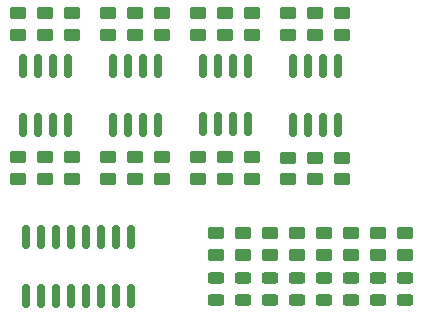
<source format=gbr>
%TF.GenerationSoftware,KiCad,Pcbnew,(6.0.0-0)*%
%TF.CreationDate,2022-03-20T10:52:17-04:00*%
%TF.ProjectId,ADC-smal,4144432d-736d-4616-9c2e-6b696361645f,rev?*%
%TF.SameCoordinates,Original*%
%TF.FileFunction,Paste,Top*%
%TF.FilePolarity,Positive*%
%FSLAX46Y46*%
G04 Gerber Fmt 4.6, Leading zero omitted, Abs format (unit mm)*
G04 Created by KiCad (PCBNEW (6.0.0-0)) date 2022-03-20 10:52:17*
%MOMM*%
%LPD*%
G01*
G04 APERTURE LIST*
G04 Aperture macros list*
%AMRoundRect*
0 Rectangle with rounded corners*
0 $1 Rounding radius*
0 $2 $3 $4 $5 $6 $7 $8 $9 X,Y pos of 4 corners*
0 Add a 4 corners polygon primitive as box body*
4,1,4,$2,$3,$4,$5,$6,$7,$8,$9,$2,$3,0*
0 Add four circle primitives for the rounded corners*
1,1,$1+$1,$2,$3*
1,1,$1+$1,$4,$5*
1,1,$1+$1,$6,$7*
1,1,$1+$1,$8,$9*
0 Add four rect primitives between the rounded corners*
20,1,$1+$1,$2,$3,$4,$5,0*
20,1,$1+$1,$4,$5,$6,$7,0*
20,1,$1+$1,$6,$7,$8,$9,0*
20,1,$1+$1,$8,$9,$2,$3,0*%
G04 Aperture macros list end*
%ADD10RoundRect,0.243750X-0.456250X0.243750X-0.456250X-0.243750X0.456250X-0.243750X0.456250X0.243750X0*%
%ADD11RoundRect,0.250000X0.450000X-0.262500X0.450000X0.262500X-0.450000X0.262500X-0.450000X-0.262500X0*%
%ADD12RoundRect,0.250000X-0.450000X0.262500X-0.450000X-0.262500X0.450000X-0.262500X0.450000X0.262500X0*%
%ADD13RoundRect,0.150000X0.150000X-0.825000X0.150000X0.825000X-0.150000X0.825000X-0.150000X-0.825000X0*%
G04 APERTURE END LIST*
D10*
%TO.C,D8*%
X146558000Y-72826000D03*
X146558000Y-74701000D03*
%TD*%
%TO.C,D4*%
X137414000Y-72826000D03*
X137414000Y-74701000D03*
%TD*%
%TO.C,D6*%
X141986000Y-72826000D03*
X141986000Y-74701000D03*
%TD*%
D11*
%TO.C,R10*%
X137414000Y-70866000D03*
X137414000Y-69041000D03*
%TD*%
D10*
%TO.C,D7*%
X144272000Y-72826000D03*
X144272000Y-74701000D03*
%TD*%
D12*
%TO.C,R28*%
X141224000Y-50395500D03*
X141224000Y-52220500D03*
%TD*%
D11*
%TO.C,R32*%
X136652000Y-52220500D03*
X136652000Y-50395500D03*
%TD*%
D12*
%TO.C,R15*%
X125984000Y-62587500D03*
X125984000Y-64412500D03*
%TD*%
D11*
%TO.C,R13*%
X144272000Y-70866000D03*
X144272000Y-69041000D03*
%TD*%
D12*
%TO.C,R16*%
X125984000Y-50395500D03*
X125984000Y-52220500D03*
%TD*%
D11*
%TO.C,R20*%
X121412000Y-52220500D03*
X121412000Y-50395500D03*
%TD*%
D12*
%TO.C,R21*%
X133604000Y-62587500D03*
X133604000Y-64412500D03*
%TD*%
%TO.C,R27*%
X141224000Y-62652500D03*
X141224000Y-64477500D03*
%TD*%
D11*
%TO.C,R9*%
X135128000Y-70866000D03*
X135128000Y-69041000D03*
%TD*%
%TO.C,R17*%
X123698000Y-64412500D03*
X123698000Y-62587500D03*
%TD*%
%TO.C,R8*%
X132842000Y-70866000D03*
X132842000Y-69041000D03*
%TD*%
%TO.C,R3*%
X116078000Y-64412500D03*
X116078000Y-62587500D03*
%TD*%
D10*
%TO.C,D3*%
X135128000Y-72826000D03*
X135128000Y-74701000D03*
%TD*%
D12*
%TO.C,R2*%
X118364000Y-50395500D03*
X118364000Y-52220500D03*
%TD*%
D13*
%TO.C,U3*%
X129413000Y-59814000D03*
X130683000Y-59814000D03*
X131953000Y-59814000D03*
X133223000Y-59814000D03*
X133223000Y-54864000D03*
X131953000Y-54864000D03*
X130683000Y-54864000D03*
X129413000Y-54864000D03*
%TD*%
D12*
%TO.C,R25*%
X129032000Y-62587500D03*
X129032000Y-64412500D03*
%TD*%
D11*
%TO.C,R24*%
X131318000Y-52220500D03*
X131318000Y-50395500D03*
%TD*%
D12*
%TO.C,R31*%
X136652000Y-62652500D03*
X136652000Y-64477500D03*
%TD*%
%TO.C,R22*%
X133604000Y-50395500D03*
X133604000Y-52220500D03*
%TD*%
D13*
%TO.C,U4*%
X137033000Y-59879000D03*
X138303000Y-59879000D03*
X139573000Y-59879000D03*
X140843000Y-59879000D03*
X140843000Y-54929000D03*
X139573000Y-54929000D03*
X138303000Y-54929000D03*
X137033000Y-54929000D03*
%TD*%
%TO.C,U1*%
X114173000Y-59879000D03*
X115443000Y-59879000D03*
X116713000Y-59879000D03*
X117983000Y-59879000D03*
X117983000Y-54929000D03*
X116713000Y-54929000D03*
X115443000Y-54929000D03*
X114173000Y-54929000D03*
%TD*%
D10*
%TO.C,D1*%
X130556000Y-72826000D03*
X130556000Y-74701000D03*
%TD*%
D11*
%TO.C,R14*%
X146558000Y-70866000D03*
X146558000Y-69041000D03*
%TD*%
%TO.C,R18*%
X123698000Y-52220500D03*
X123698000Y-50395500D03*
%TD*%
D12*
%TO.C,R19*%
X121412000Y-62587500D03*
X121412000Y-64412500D03*
%TD*%
D11*
%TO.C,R11*%
X139700000Y-70866000D03*
X139700000Y-69041000D03*
%TD*%
D10*
%TO.C,D2*%
X132842000Y-72826000D03*
X132842000Y-74701000D03*
%TD*%
%TO.C,D5*%
X139700000Y-72826000D03*
X139700000Y-74701000D03*
%TD*%
D11*
%TO.C,R26*%
X129032000Y-52220500D03*
X129032000Y-50395500D03*
%TD*%
%TO.C,R7*%
X113792000Y-52220500D03*
X113792000Y-50395500D03*
%TD*%
D12*
%TO.C,R6*%
X113792000Y-62587500D03*
X113792000Y-64412500D03*
%TD*%
D11*
%TO.C,R12*%
X141986000Y-70866000D03*
X141986000Y-69041000D03*
%TD*%
D12*
%TO.C,R1*%
X118364000Y-62587500D03*
X118364000Y-64412500D03*
%TD*%
D13*
%TO.C,U5*%
X114427000Y-74357000D03*
X115697000Y-74357000D03*
X116967000Y-74357000D03*
X118237000Y-74357000D03*
X119507000Y-74357000D03*
X120777000Y-74357000D03*
X122047000Y-74357000D03*
X123317000Y-74357000D03*
X123317000Y-69407000D03*
X122047000Y-69407000D03*
X120777000Y-69407000D03*
X119507000Y-69407000D03*
X118237000Y-69407000D03*
X116967000Y-69407000D03*
X115697000Y-69407000D03*
X114427000Y-69407000D03*
%TD*%
D11*
%TO.C,R5*%
X130556000Y-70866000D03*
X130556000Y-69041000D03*
%TD*%
%TO.C,R30*%
X138938000Y-52220500D03*
X138938000Y-50395500D03*
%TD*%
D13*
%TO.C,U2*%
X121793000Y-59879000D03*
X123063000Y-59879000D03*
X124333000Y-59879000D03*
X125603000Y-59879000D03*
X125603000Y-54929000D03*
X124333000Y-54929000D03*
X123063000Y-54929000D03*
X121793000Y-54929000D03*
%TD*%
D11*
%TO.C,R23*%
X131318000Y-64412500D03*
X131318000Y-62587500D03*
%TD*%
%TO.C,R4*%
X116078000Y-52220500D03*
X116078000Y-50395500D03*
%TD*%
%TO.C,R29*%
X138938000Y-64477500D03*
X138938000Y-62652500D03*
%TD*%
M02*

</source>
